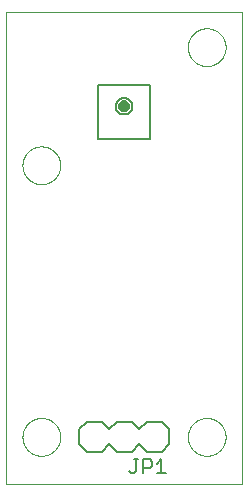
<source format=gto>
G75*
%MOIN*%
%OFA0B0*%
%FSLAX25Y25*%
%IPPOS*%
%LPD*%
%AMOC8*
5,1,8,0,0,1.08239X$1,22.5*
%
%ADD10C,0.00000*%
%ADD11C,0.00800*%
%ADD12C,0.00500*%
%ADD13C,0.01969*%
%ADD14C,0.00591*%
D10*
X0001000Y0001000D02*
X0001000Y0158480D01*
X0079740Y0158480D01*
X0079740Y0001000D01*
X0001000Y0001000D01*
X0006512Y0016748D02*
X0006514Y0016906D01*
X0006520Y0017064D01*
X0006530Y0017222D01*
X0006544Y0017380D01*
X0006562Y0017537D01*
X0006583Y0017694D01*
X0006609Y0017850D01*
X0006639Y0018006D01*
X0006672Y0018161D01*
X0006710Y0018314D01*
X0006751Y0018467D01*
X0006796Y0018619D01*
X0006845Y0018770D01*
X0006898Y0018919D01*
X0006954Y0019067D01*
X0007014Y0019213D01*
X0007078Y0019358D01*
X0007146Y0019501D01*
X0007217Y0019643D01*
X0007291Y0019783D01*
X0007369Y0019920D01*
X0007451Y0020056D01*
X0007535Y0020190D01*
X0007624Y0020321D01*
X0007715Y0020450D01*
X0007810Y0020577D01*
X0007907Y0020702D01*
X0008008Y0020824D01*
X0008112Y0020943D01*
X0008219Y0021060D01*
X0008329Y0021174D01*
X0008442Y0021285D01*
X0008557Y0021394D01*
X0008675Y0021499D01*
X0008796Y0021601D01*
X0008919Y0021701D01*
X0009045Y0021797D01*
X0009173Y0021890D01*
X0009303Y0021980D01*
X0009436Y0022066D01*
X0009571Y0022150D01*
X0009707Y0022229D01*
X0009846Y0022306D01*
X0009987Y0022378D01*
X0010129Y0022448D01*
X0010273Y0022513D01*
X0010419Y0022575D01*
X0010566Y0022633D01*
X0010715Y0022688D01*
X0010865Y0022739D01*
X0011016Y0022786D01*
X0011168Y0022829D01*
X0011321Y0022868D01*
X0011476Y0022904D01*
X0011631Y0022935D01*
X0011787Y0022963D01*
X0011943Y0022987D01*
X0012100Y0023007D01*
X0012258Y0023023D01*
X0012415Y0023035D01*
X0012574Y0023043D01*
X0012732Y0023047D01*
X0012890Y0023047D01*
X0013048Y0023043D01*
X0013207Y0023035D01*
X0013364Y0023023D01*
X0013522Y0023007D01*
X0013679Y0022987D01*
X0013835Y0022963D01*
X0013991Y0022935D01*
X0014146Y0022904D01*
X0014301Y0022868D01*
X0014454Y0022829D01*
X0014606Y0022786D01*
X0014757Y0022739D01*
X0014907Y0022688D01*
X0015056Y0022633D01*
X0015203Y0022575D01*
X0015349Y0022513D01*
X0015493Y0022448D01*
X0015635Y0022378D01*
X0015776Y0022306D01*
X0015915Y0022229D01*
X0016051Y0022150D01*
X0016186Y0022066D01*
X0016319Y0021980D01*
X0016449Y0021890D01*
X0016577Y0021797D01*
X0016703Y0021701D01*
X0016826Y0021601D01*
X0016947Y0021499D01*
X0017065Y0021394D01*
X0017180Y0021285D01*
X0017293Y0021174D01*
X0017403Y0021060D01*
X0017510Y0020943D01*
X0017614Y0020824D01*
X0017715Y0020702D01*
X0017812Y0020577D01*
X0017907Y0020450D01*
X0017998Y0020321D01*
X0018087Y0020190D01*
X0018171Y0020056D01*
X0018253Y0019920D01*
X0018331Y0019783D01*
X0018405Y0019643D01*
X0018476Y0019501D01*
X0018544Y0019358D01*
X0018608Y0019213D01*
X0018668Y0019067D01*
X0018724Y0018919D01*
X0018777Y0018770D01*
X0018826Y0018619D01*
X0018871Y0018467D01*
X0018912Y0018314D01*
X0018950Y0018161D01*
X0018983Y0018006D01*
X0019013Y0017850D01*
X0019039Y0017694D01*
X0019060Y0017537D01*
X0019078Y0017380D01*
X0019092Y0017222D01*
X0019102Y0017064D01*
X0019108Y0016906D01*
X0019110Y0016748D01*
X0019108Y0016590D01*
X0019102Y0016432D01*
X0019092Y0016274D01*
X0019078Y0016116D01*
X0019060Y0015959D01*
X0019039Y0015802D01*
X0019013Y0015646D01*
X0018983Y0015490D01*
X0018950Y0015335D01*
X0018912Y0015182D01*
X0018871Y0015029D01*
X0018826Y0014877D01*
X0018777Y0014726D01*
X0018724Y0014577D01*
X0018668Y0014429D01*
X0018608Y0014283D01*
X0018544Y0014138D01*
X0018476Y0013995D01*
X0018405Y0013853D01*
X0018331Y0013713D01*
X0018253Y0013576D01*
X0018171Y0013440D01*
X0018087Y0013306D01*
X0017998Y0013175D01*
X0017907Y0013046D01*
X0017812Y0012919D01*
X0017715Y0012794D01*
X0017614Y0012672D01*
X0017510Y0012553D01*
X0017403Y0012436D01*
X0017293Y0012322D01*
X0017180Y0012211D01*
X0017065Y0012102D01*
X0016947Y0011997D01*
X0016826Y0011895D01*
X0016703Y0011795D01*
X0016577Y0011699D01*
X0016449Y0011606D01*
X0016319Y0011516D01*
X0016186Y0011430D01*
X0016051Y0011346D01*
X0015915Y0011267D01*
X0015776Y0011190D01*
X0015635Y0011118D01*
X0015493Y0011048D01*
X0015349Y0010983D01*
X0015203Y0010921D01*
X0015056Y0010863D01*
X0014907Y0010808D01*
X0014757Y0010757D01*
X0014606Y0010710D01*
X0014454Y0010667D01*
X0014301Y0010628D01*
X0014146Y0010592D01*
X0013991Y0010561D01*
X0013835Y0010533D01*
X0013679Y0010509D01*
X0013522Y0010489D01*
X0013364Y0010473D01*
X0013207Y0010461D01*
X0013048Y0010453D01*
X0012890Y0010449D01*
X0012732Y0010449D01*
X0012574Y0010453D01*
X0012415Y0010461D01*
X0012258Y0010473D01*
X0012100Y0010489D01*
X0011943Y0010509D01*
X0011787Y0010533D01*
X0011631Y0010561D01*
X0011476Y0010592D01*
X0011321Y0010628D01*
X0011168Y0010667D01*
X0011016Y0010710D01*
X0010865Y0010757D01*
X0010715Y0010808D01*
X0010566Y0010863D01*
X0010419Y0010921D01*
X0010273Y0010983D01*
X0010129Y0011048D01*
X0009987Y0011118D01*
X0009846Y0011190D01*
X0009707Y0011267D01*
X0009571Y0011346D01*
X0009436Y0011430D01*
X0009303Y0011516D01*
X0009173Y0011606D01*
X0009045Y0011699D01*
X0008919Y0011795D01*
X0008796Y0011895D01*
X0008675Y0011997D01*
X0008557Y0012102D01*
X0008442Y0012211D01*
X0008329Y0012322D01*
X0008219Y0012436D01*
X0008112Y0012553D01*
X0008008Y0012672D01*
X0007907Y0012794D01*
X0007810Y0012919D01*
X0007715Y0013046D01*
X0007624Y0013175D01*
X0007535Y0013306D01*
X0007451Y0013440D01*
X0007369Y0013576D01*
X0007291Y0013713D01*
X0007217Y0013853D01*
X0007146Y0013995D01*
X0007078Y0014138D01*
X0007014Y0014283D01*
X0006954Y0014429D01*
X0006898Y0014577D01*
X0006845Y0014726D01*
X0006796Y0014877D01*
X0006751Y0015029D01*
X0006710Y0015182D01*
X0006672Y0015335D01*
X0006639Y0015490D01*
X0006609Y0015646D01*
X0006583Y0015802D01*
X0006562Y0015959D01*
X0006544Y0016116D01*
X0006530Y0016274D01*
X0006520Y0016432D01*
X0006514Y0016590D01*
X0006512Y0016748D01*
X0006512Y0107299D02*
X0006514Y0107457D01*
X0006520Y0107615D01*
X0006530Y0107773D01*
X0006544Y0107931D01*
X0006562Y0108088D01*
X0006583Y0108245D01*
X0006609Y0108401D01*
X0006639Y0108557D01*
X0006672Y0108712D01*
X0006710Y0108865D01*
X0006751Y0109018D01*
X0006796Y0109170D01*
X0006845Y0109321D01*
X0006898Y0109470D01*
X0006954Y0109618D01*
X0007014Y0109764D01*
X0007078Y0109909D01*
X0007146Y0110052D01*
X0007217Y0110194D01*
X0007291Y0110334D01*
X0007369Y0110471D01*
X0007451Y0110607D01*
X0007535Y0110741D01*
X0007624Y0110872D01*
X0007715Y0111001D01*
X0007810Y0111128D01*
X0007907Y0111253D01*
X0008008Y0111375D01*
X0008112Y0111494D01*
X0008219Y0111611D01*
X0008329Y0111725D01*
X0008442Y0111836D01*
X0008557Y0111945D01*
X0008675Y0112050D01*
X0008796Y0112152D01*
X0008919Y0112252D01*
X0009045Y0112348D01*
X0009173Y0112441D01*
X0009303Y0112531D01*
X0009436Y0112617D01*
X0009571Y0112701D01*
X0009707Y0112780D01*
X0009846Y0112857D01*
X0009987Y0112929D01*
X0010129Y0112999D01*
X0010273Y0113064D01*
X0010419Y0113126D01*
X0010566Y0113184D01*
X0010715Y0113239D01*
X0010865Y0113290D01*
X0011016Y0113337D01*
X0011168Y0113380D01*
X0011321Y0113419D01*
X0011476Y0113455D01*
X0011631Y0113486D01*
X0011787Y0113514D01*
X0011943Y0113538D01*
X0012100Y0113558D01*
X0012258Y0113574D01*
X0012415Y0113586D01*
X0012574Y0113594D01*
X0012732Y0113598D01*
X0012890Y0113598D01*
X0013048Y0113594D01*
X0013207Y0113586D01*
X0013364Y0113574D01*
X0013522Y0113558D01*
X0013679Y0113538D01*
X0013835Y0113514D01*
X0013991Y0113486D01*
X0014146Y0113455D01*
X0014301Y0113419D01*
X0014454Y0113380D01*
X0014606Y0113337D01*
X0014757Y0113290D01*
X0014907Y0113239D01*
X0015056Y0113184D01*
X0015203Y0113126D01*
X0015349Y0113064D01*
X0015493Y0112999D01*
X0015635Y0112929D01*
X0015776Y0112857D01*
X0015915Y0112780D01*
X0016051Y0112701D01*
X0016186Y0112617D01*
X0016319Y0112531D01*
X0016449Y0112441D01*
X0016577Y0112348D01*
X0016703Y0112252D01*
X0016826Y0112152D01*
X0016947Y0112050D01*
X0017065Y0111945D01*
X0017180Y0111836D01*
X0017293Y0111725D01*
X0017403Y0111611D01*
X0017510Y0111494D01*
X0017614Y0111375D01*
X0017715Y0111253D01*
X0017812Y0111128D01*
X0017907Y0111001D01*
X0017998Y0110872D01*
X0018087Y0110741D01*
X0018171Y0110607D01*
X0018253Y0110471D01*
X0018331Y0110334D01*
X0018405Y0110194D01*
X0018476Y0110052D01*
X0018544Y0109909D01*
X0018608Y0109764D01*
X0018668Y0109618D01*
X0018724Y0109470D01*
X0018777Y0109321D01*
X0018826Y0109170D01*
X0018871Y0109018D01*
X0018912Y0108865D01*
X0018950Y0108712D01*
X0018983Y0108557D01*
X0019013Y0108401D01*
X0019039Y0108245D01*
X0019060Y0108088D01*
X0019078Y0107931D01*
X0019092Y0107773D01*
X0019102Y0107615D01*
X0019108Y0107457D01*
X0019110Y0107299D01*
X0019108Y0107141D01*
X0019102Y0106983D01*
X0019092Y0106825D01*
X0019078Y0106667D01*
X0019060Y0106510D01*
X0019039Y0106353D01*
X0019013Y0106197D01*
X0018983Y0106041D01*
X0018950Y0105886D01*
X0018912Y0105733D01*
X0018871Y0105580D01*
X0018826Y0105428D01*
X0018777Y0105277D01*
X0018724Y0105128D01*
X0018668Y0104980D01*
X0018608Y0104834D01*
X0018544Y0104689D01*
X0018476Y0104546D01*
X0018405Y0104404D01*
X0018331Y0104264D01*
X0018253Y0104127D01*
X0018171Y0103991D01*
X0018087Y0103857D01*
X0017998Y0103726D01*
X0017907Y0103597D01*
X0017812Y0103470D01*
X0017715Y0103345D01*
X0017614Y0103223D01*
X0017510Y0103104D01*
X0017403Y0102987D01*
X0017293Y0102873D01*
X0017180Y0102762D01*
X0017065Y0102653D01*
X0016947Y0102548D01*
X0016826Y0102446D01*
X0016703Y0102346D01*
X0016577Y0102250D01*
X0016449Y0102157D01*
X0016319Y0102067D01*
X0016186Y0101981D01*
X0016051Y0101897D01*
X0015915Y0101818D01*
X0015776Y0101741D01*
X0015635Y0101669D01*
X0015493Y0101599D01*
X0015349Y0101534D01*
X0015203Y0101472D01*
X0015056Y0101414D01*
X0014907Y0101359D01*
X0014757Y0101308D01*
X0014606Y0101261D01*
X0014454Y0101218D01*
X0014301Y0101179D01*
X0014146Y0101143D01*
X0013991Y0101112D01*
X0013835Y0101084D01*
X0013679Y0101060D01*
X0013522Y0101040D01*
X0013364Y0101024D01*
X0013207Y0101012D01*
X0013048Y0101004D01*
X0012890Y0101000D01*
X0012732Y0101000D01*
X0012574Y0101004D01*
X0012415Y0101012D01*
X0012258Y0101024D01*
X0012100Y0101040D01*
X0011943Y0101060D01*
X0011787Y0101084D01*
X0011631Y0101112D01*
X0011476Y0101143D01*
X0011321Y0101179D01*
X0011168Y0101218D01*
X0011016Y0101261D01*
X0010865Y0101308D01*
X0010715Y0101359D01*
X0010566Y0101414D01*
X0010419Y0101472D01*
X0010273Y0101534D01*
X0010129Y0101599D01*
X0009987Y0101669D01*
X0009846Y0101741D01*
X0009707Y0101818D01*
X0009571Y0101897D01*
X0009436Y0101981D01*
X0009303Y0102067D01*
X0009173Y0102157D01*
X0009045Y0102250D01*
X0008919Y0102346D01*
X0008796Y0102446D01*
X0008675Y0102548D01*
X0008557Y0102653D01*
X0008442Y0102762D01*
X0008329Y0102873D01*
X0008219Y0102987D01*
X0008112Y0103104D01*
X0008008Y0103223D01*
X0007907Y0103345D01*
X0007810Y0103470D01*
X0007715Y0103597D01*
X0007624Y0103726D01*
X0007535Y0103857D01*
X0007451Y0103991D01*
X0007369Y0104127D01*
X0007291Y0104264D01*
X0007217Y0104404D01*
X0007146Y0104546D01*
X0007078Y0104689D01*
X0007014Y0104834D01*
X0006954Y0104980D01*
X0006898Y0105128D01*
X0006845Y0105277D01*
X0006796Y0105428D01*
X0006751Y0105580D01*
X0006710Y0105733D01*
X0006672Y0105886D01*
X0006639Y0106041D01*
X0006609Y0106197D01*
X0006583Y0106353D01*
X0006562Y0106510D01*
X0006544Y0106667D01*
X0006530Y0106825D01*
X0006520Y0106983D01*
X0006514Y0107141D01*
X0006512Y0107299D01*
X0061630Y0146669D02*
X0061632Y0146827D01*
X0061638Y0146985D01*
X0061648Y0147143D01*
X0061662Y0147301D01*
X0061680Y0147458D01*
X0061701Y0147615D01*
X0061727Y0147771D01*
X0061757Y0147927D01*
X0061790Y0148082D01*
X0061828Y0148235D01*
X0061869Y0148388D01*
X0061914Y0148540D01*
X0061963Y0148691D01*
X0062016Y0148840D01*
X0062072Y0148988D01*
X0062132Y0149134D01*
X0062196Y0149279D01*
X0062264Y0149422D01*
X0062335Y0149564D01*
X0062409Y0149704D01*
X0062487Y0149841D01*
X0062569Y0149977D01*
X0062653Y0150111D01*
X0062742Y0150242D01*
X0062833Y0150371D01*
X0062928Y0150498D01*
X0063025Y0150623D01*
X0063126Y0150745D01*
X0063230Y0150864D01*
X0063337Y0150981D01*
X0063447Y0151095D01*
X0063560Y0151206D01*
X0063675Y0151315D01*
X0063793Y0151420D01*
X0063914Y0151522D01*
X0064037Y0151622D01*
X0064163Y0151718D01*
X0064291Y0151811D01*
X0064421Y0151901D01*
X0064554Y0151987D01*
X0064689Y0152071D01*
X0064825Y0152150D01*
X0064964Y0152227D01*
X0065105Y0152299D01*
X0065247Y0152369D01*
X0065391Y0152434D01*
X0065537Y0152496D01*
X0065684Y0152554D01*
X0065833Y0152609D01*
X0065983Y0152660D01*
X0066134Y0152707D01*
X0066286Y0152750D01*
X0066439Y0152789D01*
X0066594Y0152825D01*
X0066749Y0152856D01*
X0066905Y0152884D01*
X0067061Y0152908D01*
X0067218Y0152928D01*
X0067376Y0152944D01*
X0067533Y0152956D01*
X0067692Y0152964D01*
X0067850Y0152968D01*
X0068008Y0152968D01*
X0068166Y0152964D01*
X0068325Y0152956D01*
X0068482Y0152944D01*
X0068640Y0152928D01*
X0068797Y0152908D01*
X0068953Y0152884D01*
X0069109Y0152856D01*
X0069264Y0152825D01*
X0069419Y0152789D01*
X0069572Y0152750D01*
X0069724Y0152707D01*
X0069875Y0152660D01*
X0070025Y0152609D01*
X0070174Y0152554D01*
X0070321Y0152496D01*
X0070467Y0152434D01*
X0070611Y0152369D01*
X0070753Y0152299D01*
X0070894Y0152227D01*
X0071033Y0152150D01*
X0071169Y0152071D01*
X0071304Y0151987D01*
X0071437Y0151901D01*
X0071567Y0151811D01*
X0071695Y0151718D01*
X0071821Y0151622D01*
X0071944Y0151522D01*
X0072065Y0151420D01*
X0072183Y0151315D01*
X0072298Y0151206D01*
X0072411Y0151095D01*
X0072521Y0150981D01*
X0072628Y0150864D01*
X0072732Y0150745D01*
X0072833Y0150623D01*
X0072930Y0150498D01*
X0073025Y0150371D01*
X0073116Y0150242D01*
X0073205Y0150111D01*
X0073289Y0149977D01*
X0073371Y0149841D01*
X0073449Y0149704D01*
X0073523Y0149564D01*
X0073594Y0149422D01*
X0073662Y0149279D01*
X0073726Y0149134D01*
X0073786Y0148988D01*
X0073842Y0148840D01*
X0073895Y0148691D01*
X0073944Y0148540D01*
X0073989Y0148388D01*
X0074030Y0148235D01*
X0074068Y0148082D01*
X0074101Y0147927D01*
X0074131Y0147771D01*
X0074157Y0147615D01*
X0074178Y0147458D01*
X0074196Y0147301D01*
X0074210Y0147143D01*
X0074220Y0146985D01*
X0074226Y0146827D01*
X0074228Y0146669D01*
X0074226Y0146511D01*
X0074220Y0146353D01*
X0074210Y0146195D01*
X0074196Y0146037D01*
X0074178Y0145880D01*
X0074157Y0145723D01*
X0074131Y0145567D01*
X0074101Y0145411D01*
X0074068Y0145256D01*
X0074030Y0145103D01*
X0073989Y0144950D01*
X0073944Y0144798D01*
X0073895Y0144647D01*
X0073842Y0144498D01*
X0073786Y0144350D01*
X0073726Y0144204D01*
X0073662Y0144059D01*
X0073594Y0143916D01*
X0073523Y0143774D01*
X0073449Y0143634D01*
X0073371Y0143497D01*
X0073289Y0143361D01*
X0073205Y0143227D01*
X0073116Y0143096D01*
X0073025Y0142967D01*
X0072930Y0142840D01*
X0072833Y0142715D01*
X0072732Y0142593D01*
X0072628Y0142474D01*
X0072521Y0142357D01*
X0072411Y0142243D01*
X0072298Y0142132D01*
X0072183Y0142023D01*
X0072065Y0141918D01*
X0071944Y0141816D01*
X0071821Y0141716D01*
X0071695Y0141620D01*
X0071567Y0141527D01*
X0071437Y0141437D01*
X0071304Y0141351D01*
X0071169Y0141267D01*
X0071033Y0141188D01*
X0070894Y0141111D01*
X0070753Y0141039D01*
X0070611Y0140969D01*
X0070467Y0140904D01*
X0070321Y0140842D01*
X0070174Y0140784D01*
X0070025Y0140729D01*
X0069875Y0140678D01*
X0069724Y0140631D01*
X0069572Y0140588D01*
X0069419Y0140549D01*
X0069264Y0140513D01*
X0069109Y0140482D01*
X0068953Y0140454D01*
X0068797Y0140430D01*
X0068640Y0140410D01*
X0068482Y0140394D01*
X0068325Y0140382D01*
X0068166Y0140374D01*
X0068008Y0140370D01*
X0067850Y0140370D01*
X0067692Y0140374D01*
X0067533Y0140382D01*
X0067376Y0140394D01*
X0067218Y0140410D01*
X0067061Y0140430D01*
X0066905Y0140454D01*
X0066749Y0140482D01*
X0066594Y0140513D01*
X0066439Y0140549D01*
X0066286Y0140588D01*
X0066134Y0140631D01*
X0065983Y0140678D01*
X0065833Y0140729D01*
X0065684Y0140784D01*
X0065537Y0140842D01*
X0065391Y0140904D01*
X0065247Y0140969D01*
X0065105Y0141039D01*
X0064964Y0141111D01*
X0064825Y0141188D01*
X0064689Y0141267D01*
X0064554Y0141351D01*
X0064421Y0141437D01*
X0064291Y0141527D01*
X0064163Y0141620D01*
X0064037Y0141716D01*
X0063914Y0141816D01*
X0063793Y0141918D01*
X0063675Y0142023D01*
X0063560Y0142132D01*
X0063447Y0142243D01*
X0063337Y0142357D01*
X0063230Y0142474D01*
X0063126Y0142593D01*
X0063025Y0142715D01*
X0062928Y0142840D01*
X0062833Y0142967D01*
X0062742Y0143096D01*
X0062653Y0143227D01*
X0062569Y0143361D01*
X0062487Y0143497D01*
X0062409Y0143634D01*
X0062335Y0143774D01*
X0062264Y0143916D01*
X0062196Y0144059D01*
X0062132Y0144204D01*
X0062072Y0144350D01*
X0062016Y0144498D01*
X0061963Y0144647D01*
X0061914Y0144798D01*
X0061869Y0144950D01*
X0061828Y0145103D01*
X0061790Y0145256D01*
X0061757Y0145411D01*
X0061727Y0145567D01*
X0061701Y0145723D01*
X0061680Y0145880D01*
X0061662Y0146037D01*
X0061648Y0146195D01*
X0061638Y0146353D01*
X0061632Y0146511D01*
X0061630Y0146669D01*
X0061630Y0016748D02*
X0061632Y0016906D01*
X0061638Y0017064D01*
X0061648Y0017222D01*
X0061662Y0017380D01*
X0061680Y0017537D01*
X0061701Y0017694D01*
X0061727Y0017850D01*
X0061757Y0018006D01*
X0061790Y0018161D01*
X0061828Y0018314D01*
X0061869Y0018467D01*
X0061914Y0018619D01*
X0061963Y0018770D01*
X0062016Y0018919D01*
X0062072Y0019067D01*
X0062132Y0019213D01*
X0062196Y0019358D01*
X0062264Y0019501D01*
X0062335Y0019643D01*
X0062409Y0019783D01*
X0062487Y0019920D01*
X0062569Y0020056D01*
X0062653Y0020190D01*
X0062742Y0020321D01*
X0062833Y0020450D01*
X0062928Y0020577D01*
X0063025Y0020702D01*
X0063126Y0020824D01*
X0063230Y0020943D01*
X0063337Y0021060D01*
X0063447Y0021174D01*
X0063560Y0021285D01*
X0063675Y0021394D01*
X0063793Y0021499D01*
X0063914Y0021601D01*
X0064037Y0021701D01*
X0064163Y0021797D01*
X0064291Y0021890D01*
X0064421Y0021980D01*
X0064554Y0022066D01*
X0064689Y0022150D01*
X0064825Y0022229D01*
X0064964Y0022306D01*
X0065105Y0022378D01*
X0065247Y0022448D01*
X0065391Y0022513D01*
X0065537Y0022575D01*
X0065684Y0022633D01*
X0065833Y0022688D01*
X0065983Y0022739D01*
X0066134Y0022786D01*
X0066286Y0022829D01*
X0066439Y0022868D01*
X0066594Y0022904D01*
X0066749Y0022935D01*
X0066905Y0022963D01*
X0067061Y0022987D01*
X0067218Y0023007D01*
X0067376Y0023023D01*
X0067533Y0023035D01*
X0067692Y0023043D01*
X0067850Y0023047D01*
X0068008Y0023047D01*
X0068166Y0023043D01*
X0068325Y0023035D01*
X0068482Y0023023D01*
X0068640Y0023007D01*
X0068797Y0022987D01*
X0068953Y0022963D01*
X0069109Y0022935D01*
X0069264Y0022904D01*
X0069419Y0022868D01*
X0069572Y0022829D01*
X0069724Y0022786D01*
X0069875Y0022739D01*
X0070025Y0022688D01*
X0070174Y0022633D01*
X0070321Y0022575D01*
X0070467Y0022513D01*
X0070611Y0022448D01*
X0070753Y0022378D01*
X0070894Y0022306D01*
X0071033Y0022229D01*
X0071169Y0022150D01*
X0071304Y0022066D01*
X0071437Y0021980D01*
X0071567Y0021890D01*
X0071695Y0021797D01*
X0071821Y0021701D01*
X0071944Y0021601D01*
X0072065Y0021499D01*
X0072183Y0021394D01*
X0072298Y0021285D01*
X0072411Y0021174D01*
X0072521Y0021060D01*
X0072628Y0020943D01*
X0072732Y0020824D01*
X0072833Y0020702D01*
X0072930Y0020577D01*
X0073025Y0020450D01*
X0073116Y0020321D01*
X0073205Y0020190D01*
X0073289Y0020056D01*
X0073371Y0019920D01*
X0073449Y0019783D01*
X0073523Y0019643D01*
X0073594Y0019501D01*
X0073662Y0019358D01*
X0073726Y0019213D01*
X0073786Y0019067D01*
X0073842Y0018919D01*
X0073895Y0018770D01*
X0073944Y0018619D01*
X0073989Y0018467D01*
X0074030Y0018314D01*
X0074068Y0018161D01*
X0074101Y0018006D01*
X0074131Y0017850D01*
X0074157Y0017694D01*
X0074178Y0017537D01*
X0074196Y0017380D01*
X0074210Y0017222D01*
X0074220Y0017064D01*
X0074226Y0016906D01*
X0074228Y0016748D01*
X0074226Y0016590D01*
X0074220Y0016432D01*
X0074210Y0016274D01*
X0074196Y0016116D01*
X0074178Y0015959D01*
X0074157Y0015802D01*
X0074131Y0015646D01*
X0074101Y0015490D01*
X0074068Y0015335D01*
X0074030Y0015182D01*
X0073989Y0015029D01*
X0073944Y0014877D01*
X0073895Y0014726D01*
X0073842Y0014577D01*
X0073786Y0014429D01*
X0073726Y0014283D01*
X0073662Y0014138D01*
X0073594Y0013995D01*
X0073523Y0013853D01*
X0073449Y0013713D01*
X0073371Y0013576D01*
X0073289Y0013440D01*
X0073205Y0013306D01*
X0073116Y0013175D01*
X0073025Y0013046D01*
X0072930Y0012919D01*
X0072833Y0012794D01*
X0072732Y0012672D01*
X0072628Y0012553D01*
X0072521Y0012436D01*
X0072411Y0012322D01*
X0072298Y0012211D01*
X0072183Y0012102D01*
X0072065Y0011997D01*
X0071944Y0011895D01*
X0071821Y0011795D01*
X0071695Y0011699D01*
X0071567Y0011606D01*
X0071437Y0011516D01*
X0071304Y0011430D01*
X0071169Y0011346D01*
X0071033Y0011267D01*
X0070894Y0011190D01*
X0070753Y0011118D01*
X0070611Y0011048D01*
X0070467Y0010983D01*
X0070321Y0010921D01*
X0070174Y0010863D01*
X0070025Y0010808D01*
X0069875Y0010757D01*
X0069724Y0010710D01*
X0069572Y0010667D01*
X0069419Y0010628D01*
X0069264Y0010592D01*
X0069109Y0010561D01*
X0068953Y0010533D01*
X0068797Y0010509D01*
X0068640Y0010489D01*
X0068482Y0010473D01*
X0068325Y0010461D01*
X0068166Y0010453D01*
X0068008Y0010449D01*
X0067850Y0010449D01*
X0067692Y0010453D01*
X0067533Y0010461D01*
X0067376Y0010473D01*
X0067218Y0010489D01*
X0067061Y0010509D01*
X0066905Y0010533D01*
X0066749Y0010561D01*
X0066594Y0010592D01*
X0066439Y0010628D01*
X0066286Y0010667D01*
X0066134Y0010710D01*
X0065983Y0010757D01*
X0065833Y0010808D01*
X0065684Y0010863D01*
X0065537Y0010921D01*
X0065391Y0010983D01*
X0065247Y0011048D01*
X0065105Y0011118D01*
X0064964Y0011190D01*
X0064825Y0011267D01*
X0064689Y0011346D01*
X0064554Y0011430D01*
X0064421Y0011516D01*
X0064291Y0011606D01*
X0064163Y0011699D01*
X0064037Y0011795D01*
X0063914Y0011895D01*
X0063793Y0011997D01*
X0063675Y0012102D01*
X0063560Y0012211D01*
X0063447Y0012322D01*
X0063337Y0012436D01*
X0063230Y0012553D01*
X0063126Y0012672D01*
X0063025Y0012794D01*
X0062928Y0012919D01*
X0062833Y0013046D01*
X0062742Y0013175D01*
X0062653Y0013306D01*
X0062569Y0013440D01*
X0062487Y0013576D01*
X0062409Y0013713D01*
X0062335Y0013853D01*
X0062264Y0013995D01*
X0062196Y0014138D01*
X0062132Y0014283D01*
X0062072Y0014429D01*
X0062016Y0014577D01*
X0061963Y0014726D01*
X0061914Y0014877D01*
X0061869Y0015029D01*
X0061828Y0015182D01*
X0061790Y0015335D01*
X0061757Y0015490D01*
X0061727Y0015646D01*
X0061701Y0015802D01*
X0061680Y0015959D01*
X0061662Y0016116D01*
X0061648Y0016274D01*
X0061638Y0016432D01*
X0061632Y0016590D01*
X0061630Y0016748D01*
D11*
X0055370Y0014248D02*
X0052870Y0011748D01*
X0047870Y0011748D01*
X0045370Y0014248D01*
X0042870Y0011748D01*
X0037870Y0011748D01*
X0035370Y0014248D01*
X0032870Y0011748D01*
X0027870Y0011748D01*
X0025370Y0014248D01*
X0025370Y0019248D01*
X0027870Y0021748D01*
X0032870Y0021748D01*
X0035370Y0019248D01*
X0037870Y0021748D01*
X0042870Y0021748D01*
X0045370Y0019248D01*
X0047870Y0021748D01*
X0052870Y0021748D01*
X0055370Y0019248D01*
X0055370Y0014248D01*
D12*
X0052817Y0009302D02*
X0052817Y0004798D01*
X0051316Y0004798D02*
X0054319Y0004798D01*
X0051316Y0007801D02*
X0052817Y0009302D01*
X0049715Y0008551D02*
X0049715Y0007050D01*
X0048964Y0006299D01*
X0046712Y0006299D01*
X0046712Y0004798D02*
X0046712Y0009302D01*
X0048964Y0009302D01*
X0049715Y0008551D01*
X0045111Y0009302D02*
X0043610Y0009302D01*
X0044360Y0009302D02*
X0044360Y0005549D01*
X0043610Y0004798D01*
X0042859Y0004798D01*
X0042108Y0005549D01*
X0037614Y0126984D02*
X0037616Y0127089D01*
X0037622Y0127194D01*
X0037632Y0127298D01*
X0037646Y0127402D01*
X0037664Y0127506D01*
X0037686Y0127608D01*
X0037711Y0127710D01*
X0037741Y0127811D01*
X0037774Y0127910D01*
X0037811Y0128008D01*
X0037852Y0128105D01*
X0037897Y0128200D01*
X0037945Y0128293D01*
X0037996Y0128385D01*
X0038052Y0128474D01*
X0038110Y0128561D01*
X0038172Y0128646D01*
X0038236Y0128729D01*
X0038304Y0128809D01*
X0038375Y0128886D01*
X0038449Y0128960D01*
X0038526Y0129032D01*
X0038605Y0129101D01*
X0038687Y0129166D01*
X0038771Y0129229D01*
X0038858Y0129288D01*
X0038947Y0129344D01*
X0039038Y0129397D01*
X0039131Y0129446D01*
X0039225Y0129491D01*
X0039321Y0129533D01*
X0039419Y0129571D01*
X0039518Y0129605D01*
X0039619Y0129636D01*
X0039720Y0129662D01*
X0039823Y0129685D01*
X0039926Y0129704D01*
X0040030Y0129719D01*
X0040134Y0129730D01*
X0040239Y0129737D01*
X0040344Y0129740D01*
X0040449Y0129739D01*
X0040554Y0129734D01*
X0040658Y0129725D01*
X0040762Y0129712D01*
X0040866Y0129695D01*
X0040969Y0129674D01*
X0041071Y0129649D01*
X0041172Y0129621D01*
X0041271Y0129588D01*
X0041370Y0129552D01*
X0041467Y0129512D01*
X0041562Y0129469D01*
X0041656Y0129421D01*
X0041748Y0129371D01*
X0041838Y0129317D01*
X0041926Y0129259D01*
X0042011Y0129198D01*
X0042094Y0129134D01*
X0042175Y0129067D01*
X0042253Y0128997D01*
X0042328Y0128923D01*
X0042400Y0128848D01*
X0042470Y0128769D01*
X0042536Y0128688D01*
X0042600Y0128604D01*
X0042660Y0128518D01*
X0042716Y0128430D01*
X0042770Y0128339D01*
X0042820Y0128247D01*
X0042866Y0128153D01*
X0042909Y0128057D01*
X0042948Y0127959D01*
X0042983Y0127861D01*
X0043014Y0127760D01*
X0043042Y0127659D01*
X0043066Y0127557D01*
X0043086Y0127454D01*
X0043102Y0127350D01*
X0043114Y0127246D01*
X0043122Y0127141D01*
X0043126Y0127036D01*
X0043126Y0126932D01*
X0043122Y0126827D01*
X0043114Y0126722D01*
X0043102Y0126618D01*
X0043086Y0126514D01*
X0043066Y0126411D01*
X0043042Y0126309D01*
X0043014Y0126208D01*
X0042983Y0126107D01*
X0042948Y0126009D01*
X0042909Y0125911D01*
X0042866Y0125815D01*
X0042820Y0125721D01*
X0042770Y0125629D01*
X0042716Y0125538D01*
X0042660Y0125450D01*
X0042600Y0125364D01*
X0042536Y0125280D01*
X0042470Y0125199D01*
X0042400Y0125120D01*
X0042328Y0125045D01*
X0042253Y0124971D01*
X0042175Y0124901D01*
X0042094Y0124834D01*
X0042011Y0124770D01*
X0041926Y0124709D01*
X0041838Y0124651D01*
X0041748Y0124597D01*
X0041656Y0124547D01*
X0041562Y0124499D01*
X0041467Y0124456D01*
X0041370Y0124416D01*
X0041271Y0124380D01*
X0041172Y0124347D01*
X0041071Y0124319D01*
X0040969Y0124294D01*
X0040866Y0124273D01*
X0040762Y0124256D01*
X0040658Y0124243D01*
X0040554Y0124234D01*
X0040449Y0124229D01*
X0040344Y0124228D01*
X0040239Y0124231D01*
X0040134Y0124238D01*
X0040030Y0124249D01*
X0039926Y0124264D01*
X0039823Y0124283D01*
X0039720Y0124306D01*
X0039619Y0124332D01*
X0039518Y0124363D01*
X0039419Y0124397D01*
X0039321Y0124435D01*
X0039225Y0124477D01*
X0039131Y0124522D01*
X0039038Y0124571D01*
X0038947Y0124624D01*
X0038858Y0124680D01*
X0038771Y0124739D01*
X0038687Y0124802D01*
X0038605Y0124867D01*
X0038526Y0124936D01*
X0038449Y0125008D01*
X0038375Y0125082D01*
X0038304Y0125159D01*
X0038236Y0125239D01*
X0038172Y0125322D01*
X0038110Y0125407D01*
X0038052Y0125494D01*
X0037996Y0125583D01*
X0037945Y0125675D01*
X0037897Y0125768D01*
X0037852Y0125863D01*
X0037811Y0125960D01*
X0037774Y0126058D01*
X0037741Y0126157D01*
X0037711Y0126258D01*
X0037686Y0126360D01*
X0037664Y0126462D01*
X0037646Y0126566D01*
X0037632Y0126670D01*
X0037622Y0126774D01*
X0037616Y0126879D01*
X0037614Y0126984D01*
D13*
X0039386Y0126984D02*
X0039388Y0127046D01*
X0039394Y0127109D01*
X0039404Y0127170D01*
X0039418Y0127231D01*
X0039435Y0127291D01*
X0039456Y0127350D01*
X0039482Y0127407D01*
X0039510Y0127462D01*
X0039542Y0127516D01*
X0039578Y0127567D01*
X0039616Y0127617D01*
X0039658Y0127663D01*
X0039702Y0127707D01*
X0039750Y0127748D01*
X0039799Y0127786D01*
X0039851Y0127820D01*
X0039905Y0127851D01*
X0039961Y0127879D01*
X0040019Y0127903D01*
X0040078Y0127924D01*
X0040138Y0127940D01*
X0040199Y0127953D01*
X0040261Y0127962D01*
X0040323Y0127967D01*
X0040386Y0127968D01*
X0040448Y0127965D01*
X0040510Y0127958D01*
X0040572Y0127947D01*
X0040632Y0127932D01*
X0040692Y0127914D01*
X0040750Y0127892D01*
X0040807Y0127866D01*
X0040862Y0127836D01*
X0040915Y0127803D01*
X0040966Y0127767D01*
X0041014Y0127728D01*
X0041060Y0127685D01*
X0041103Y0127640D01*
X0041143Y0127592D01*
X0041180Y0127542D01*
X0041214Y0127489D01*
X0041245Y0127435D01*
X0041271Y0127379D01*
X0041295Y0127321D01*
X0041314Y0127261D01*
X0041330Y0127201D01*
X0041342Y0127139D01*
X0041350Y0127078D01*
X0041354Y0127015D01*
X0041354Y0126953D01*
X0041350Y0126890D01*
X0041342Y0126829D01*
X0041330Y0126767D01*
X0041314Y0126707D01*
X0041295Y0126647D01*
X0041271Y0126589D01*
X0041245Y0126533D01*
X0041214Y0126479D01*
X0041180Y0126426D01*
X0041143Y0126376D01*
X0041103Y0126328D01*
X0041060Y0126283D01*
X0041014Y0126240D01*
X0040966Y0126201D01*
X0040915Y0126165D01*
X0040862Y0126132D01*
X0040807Y0126102D01*
X0040750Y0126076D01*
X0040692Y0126054D01*
X0040632Y0126036D01*
X0040572Y0126021D01*
X0040510Y0126010D01*
X0040448Y0126003D01*
X0040386Y0126000D01*
X0040323Y0126001D01*
X0040261Y0126006D01*
X0040199Y0126015D01*
X0040138Y0126028D01*
X0040078Y0126044D01*
X0040019Y0126065D01*
X0039961Y0126089D01*
X0039905Y0126117D01*
X0039851Y0126148D01*
X0039799Y0126182D01*
X0039750Y0126220D01*
X0039702Y0126261D01*
X0039658Y0126305D01*
X0039616Y0126351D01*
X0039578Y0126401D01*
X0039542Y0126452D01*
X0039510Y0126506D01*
X0039482Y0126561D01*
X0039456Y0126618D01*
X0039435Y0126677D01*
X0039418Y0126737D01*
X0039404Y0126798D01*
X0039394Y0126859D01*
X0039388Y0126922D01*
X0039386Y0126984D01*
D14*
X0031709Y0134071D02*
X0031709Y0115961D01*
X0049031Y0115961D01*
X0049031Y0134071D01*
X0031709Y0134071D01*
M02*

</source>
